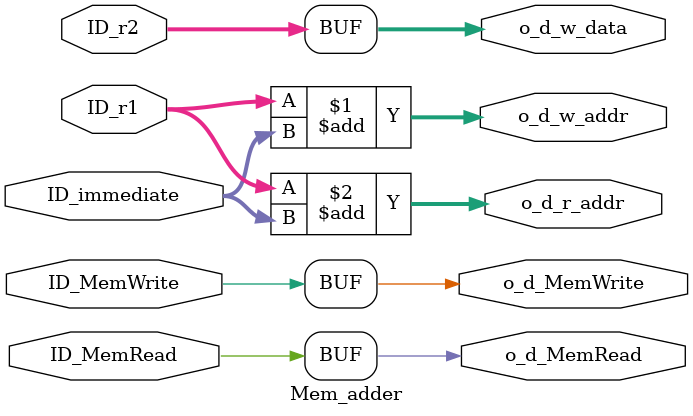
<source format=v>
module Mem_adder #(
    parameter DATA_W = 64,
    parameter ADDR_W = 64
) (
    input                       ID_MemRead,
    input                       ID_MemWrite,
    input   [DATA_W-1:0]        ID_r1,
    input   [DATA_W-1:0]        ID_r2,
    input   [11:0]              ID_immediate,
    output  [ DATA_W-1 : 0 ]    o_d_w_data,     // to data memory
    output  [ ADDR_W-1 : 0 ]    o_d_w_addr,     // to data memory
    output  [ ADDR_W-1 : 0 ]    o_d_r_addr,     // to data memory
    output                      o_d_MemRead,    // to data memory
    output                      o_d_MemWrite   // to data memory
);

assign o_d_w_data   = ID_r2;
assign o_d_w_addr   = ID_r1 + ID_immediate;
assign o_d_r_addr   = ID_r1 + ID_immediate;
assign o_d_MemRead  = ID_MemRead;
assign o_d_MemWrite = ID_MemWrite;
    
endmodule
</source>
